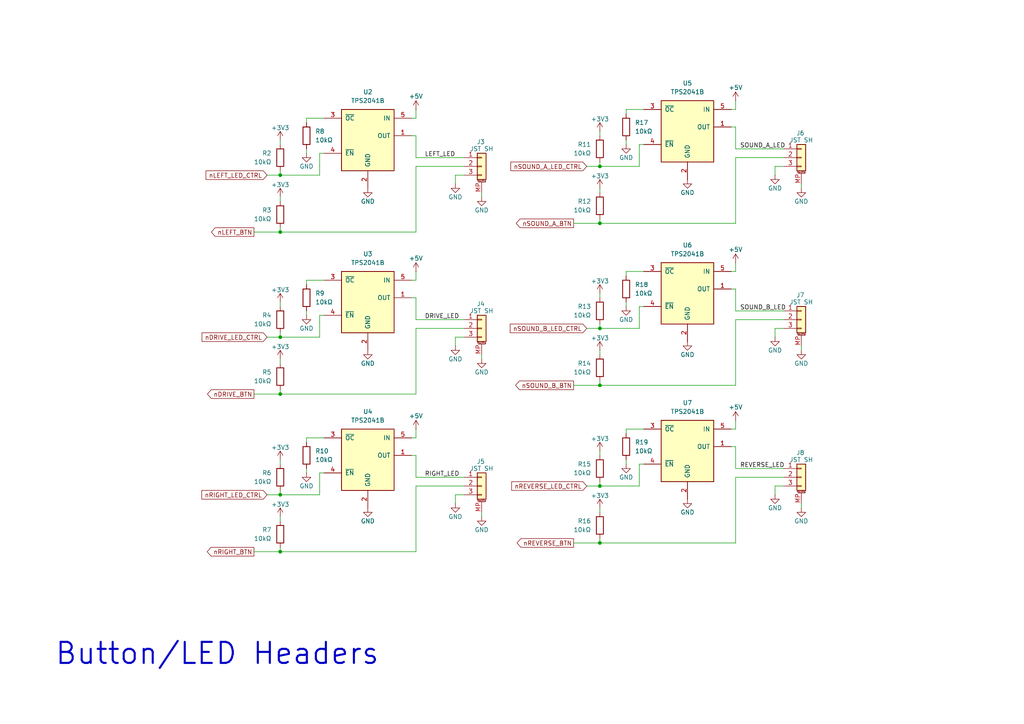
<source format=kicad_sch>
(kicad_sch (version 20250114) (generator "eeschema") (generator_version "9.0")
  (paper "A4")
  (lib_symbols
    (symbol "+5V_1" (power) (pin_numbers (hide yes)) (pin_names (offset 0) (hide yes))
      (property "Value" "+5V" (at 0 3.556 0))
      (symbol "+5V_1_0_1"
        (polyline (pts (xy -0.762 1.27) (xy 0 2.54)))
        (polyline (pts (xy 0 2.54) (xy 0.762 1.27)))
        (polyline (pts (xy 0 0) (xy 0 2.54)))
      )
      (symbol "+5V_1_1_1"
        (pin power_in line (at 0 0 90) (length 0) (name "~") (number "1"))
      )
    )
    (symbol "Connector_Generic_MountingPin:Conn_01x03_MountingPin" (pin_names (offset 1.016) (hide yes))
      (property "Reference" "J" (at 0 5.08 0))
      (property "Value" "Conn_01x03_MountingPin" (at 1.27 -5.08 0))
      (symbol "Conn_01x03_MountingPin_1_1"
        (rectangle (start -1.27 3.81) (end 1.27 -3.81) (stroke (width 0.254)) (fill (type background)))
        (rectangle (start -1.27 2.667) (end 0 2.413) (stroke (width 0.1524)))
        (rectangle (start -1.27 0.127) (end 0 -0.127) (stroke (width 0.1524)))
        (rectangle (start -1.27 -2.413) (end 0 -2.667) (stroke (width 0.1524)))
        (polyline (pts (xy -1.016 -4.572) (xy 1.016 -4.572)) (stroke (width 0.1524)))
        (text "Mounting" (at 0 -4.191 0) (effects (font (size 0.381 0.381))))
        (pin passive line (at -5.08 2.54 0) (length 3.81) (name "Pin_1") (number "1"))
        (pin passive line (at -5.08 0 0) (length 3.81) (name "Pin_2") (number "2"))
        (pin passive line (at -5.08 -2.54 0) (length 3.81) (name "Pin_3") (number "3"))
        (pin passive line (at 0 -7.62 90) (length 3.048) (name "MountPin") (number "MP"))
      )
    )
    (symbol "Device:R" (pin_numbers (hide yes)) (pin_names (offset 0))
      (property "Reference" "R" (at 2.032 0 90))
      (property "Value" "R" (at 0 0 90))
      (symbol "R_0_1"
        (rectangle (start -1.016 -2.54) (end 1.016 2.54) (stroke (width 0.254)))
      )
      (symbol "R_1_1"
        (pin passive line (at 0 3.81 270) (length 1.27) (name "~") (number "1"))
        (pin passive line (at 0 -3.81 90) (length 1.27) (name "~") (number "2"))
      )
    )
    (symbol "GND_1" (power) (pin_numbers (hide yes)) (pin_names (offset 0) (hide yes))
      (property "Value" "GND" (at 0 -3.81 0))
      (symbol "GND_1_0_1"
        (polyline (pts (xy 0 0) (xy 0 -1.27) (xy 1.27 -1.27) (xy 0 -2.54) (xy -1.27 -1.27) (xy 0 -1.27)))
      )
      (symbol "GND_1_1_1"
        (pin power_in line (at 0 0 270) (length 0) (name "~") (number "1"))
      )
    )
    (symbol "Power_Management:TPS2041B" (pin_names (offset 1.016))
      (property "Reference" "U" (at 0 10.795 0))
      (property "Value" "TPS2041B" (at 0 8.89 0))
      (symbol "TPS2041B_0_1"
        (rectangle (start -7.62 7.62) (end 7.62 -10.16) (stroke (width 0.254)) (fill (type background)))
      )
      (symbol "TPS2041B_1_1"
        (pin open_collector line (at -12.7 5.08 0) (length 5.08) (name "~{OC}") (number "3"))
        (pin input line (at -12.7 -5.08 0) (length 5.08) (name "~{EN}") (number "4"))
        (pin power_in line (at 0 -15.24 90) (length 5.08) (name "GND") (number "2"))
        (pin power_in line (at 12.7 5.08 180) (length 5.08) (name "IN") (number "5"))
        (pin power_out line (at 12.7 0 180) (length 5.08) (name "OUT") (number "1"))
      )
    )
    (symbol "power:+3V3" (power) (pin_numbers (hide yes)) (pin_names (offset 0) (hide yes))
      (property "Value" "+3V3" (at 0 3.556 0))
      (symbol "+3V3_0_1"
        (polyline (pts (xy -0.762 1.27) (xy 0 2.54)))
        (polyline (pts (xy 0 2.54) (xy 0.762 1.27)))
        (polyline (pts (xy 0 0) (xy 0 2.54)))
      )
      (symbol "+3V3_1_1"
        (pin power_in line (at 0 0 90) (length 0) (name "~") (number "1"))
      )
    )
  )
  (text "Button/LED Headers" (at 15.748 193.294 0) (effects (font (size 6.096 6.096) (thickness 0.5994) (bold yes)) (justify left bottom)))
  (junction (at 173.99 140.97))
  (junction (at 81.28 143.51))
  (junction (at 173.99 95.25))
  (junction (at 173.99 64.77))
  (junction (at 81.28 114.3))
  (junction (at 81.28 67.31))
  (junction (at 81.28 160.02))
  (junction (at 173.99 48.26))
  (junction (at 81.28 97.79))
  (junction (at 173.99 157.48))
  (junction (at 173.99 111.76))
  (junction (at 81.28 50.8))
  (wire (pts (xy 92.71 91.44) (xy 93.98 91.44)))
  (wire (pts (xy 213.36 36.83) (xy 213.36 43.18)))
  (wire (pts (xy 224.79 95.25) (xy 224.79 97.79)))
  (wire (pts (xy 173.99 139.7) (xy 173.99 140.97)))
  (wire (pts (xy 120.65 132.08) (xy 120.65 138.43)))
  (wire (pts (xy 213.36 64.77) (xy 213.36 45.72)))
  (wire (pts (xy 173.99 46.99) (xy 173.99 48.26)))
  (wire (pts (xy 119.38 39.37) (xy 120.65 39.37)))
  (wire (pts (xy 212.09 83.82) (xy 213.36 83.82)))
  (wire (pts (xy 120.65 48.26) (xy 134.62 48.26)))
  (wire (pts (xy 81.28 67.31) (xy 120.65 67.31)))
  (wire (pts (xy 173.99 55.88) (xy 173.99 54.61)))
  (wire (pts (xy 134.62 143.51) (xy 132.08 143.51)))
  (wire (pts (xy 93.98 34.29) (xy 88.9 34.29)))
  (wire (pts (xy 92.71 50.8) (xy 92.71 44.45)))
  (wire (pts (xy 92.71 143.51) (xy 92.71 137.16)))
  (wire (pts (xy 170.18 48.26) (xy 173.99 48.26)))
  (wire (pts (xy 170.18 95.25) (xy 173.99 95.25)))
  (wire (pts (xy 81.28 143.51) (xy 92.71 143.51)))
  (wire (pts (xy 173.99 156.21) (xy 173.99 157.48)))
  (wire (pts (xy 120.65 67.31) (xy 120.65 48.26)))
  (wire (pts (xy 166.37 111.76) (xy 173.99 111.76)))
  (wire (pts (xy 81.28 40.64) (xy 81.28 41.91)))
  (wire (pts (xy 120.65 39.37) (xy 120.65 45.72)))
  (wire (pts (xy 166.37 157.48) (xy 173.99 157.48)))
  (wire (pts (xy 77.47 97.79) (xy 81.28 97.79)))
  (wire (pts (xy 93.98 81.28) (xy 88.9 81.28)))
  (wire (pts (xy 213.36 135.89) (xy 227.33 135.89)))
  (wire (pts (xy 88.9 44.45) (xy 88.9 43.18)))
  (wire (pts (xy 173.99 130.81) (xy 173.99 132.08)))
  (wire (pts (xy 224.79 48.26) (xy 224.79 50.8)))
  (wire (pts (xy 77.47 50.8) (xy 81.28 50.8)))
  (wire (pts (xy 81.28 151.13) (xy 81.28 149.86)))
  (wire (pts (xy 186.69 124.46) (xy 181.61 124.46)))
  (wire (pts (xy 132.08 50.8) (xy 132.08 53.34)))
  (wire (pts (xy 212.09 129.54) (xy 213.36 129.54)))
  (wire (pts (xy 166.37 64.77) (xy 173.99 64.77)))
  (wire (pts (xy 173.99 63.5) (xy 173.99 64.77)))
  (wire (pts (xy 81.28 105.41) (xy 81.28 104.14)))
  (wire (pts (xy 185.42 48.26) (xy 185.42 41.91)))
  (wire (pts (xy 120.65 34.29) (xy 119.38 34.29)))
  (wire (pts (xy 120.65 81.28) (xy 119.38 81.28)))
  (wire (pts (xy 139.7 55.88) (xy 139.7 57.15)))
  (wire (pts (xy 227.33 48.26) (xy 224.79 48.26)))
  (wire (pts (xy 232.41 146.05) (xy 232.41 147.32)))
  (wire (pts (xy 120.65 78.74) (xy 120.65 81.28)))
  (wire (pts (xy 213.36 83.82) (xy 213.36 90.17)))
  (wire (pts (xy 227.33 95.25) (xy 224.79 95.25)))
  (wire (pts (xy 181.61 41.91) (xy 181.61 40.64)))
  (wire (pts (xy 120.65 124.46) (xy 120.65 127)))
  (wire (pts (xy 81.28 142.24) (xy 81.28 143.51)))
  (wire (pts (xy 170.18 140.97) (xy 173.99 140.97)))
  (wire (pts (xy 173.99 85.09) (xy 173.99 86.36)))
  (wire (pts (xy 81.28 160.02) (xy 120.65 160.02)))
  (wire (pts (xy 181.61 78.74) (xy 181.61 80.01)))
  (wire (pts (xy 134.62 45.72) (xy 120.65 45.72)))
  (wire (pts (xy 88.9 81.28) (xy 88.9 82.55)))
  (wire (pts (xy 73.66 114.3) (xy 81.28 114.3)))
  (wire (pts (xy 213.36 78.74) (xy 212.09 78.74)))
  (wire (pts (xy 81.28 96.52) (xy 81.28 97.79)))
  (wire (pts (xy 134.62 138.43) (xy 120.65 138.43)))
  (wire (pts (xy 88.9 137.16) (xy 88.9 135.89)))
  (wire (pts (xy 81.28 50.8) (xy 92.71 50.8)))
  (wire (pts (xy 224.79 140.97) (xy 224.79 143.51)))
  (wire (pts (xy 173.99 140.97) (xy 185.42 140.97)))
  (wire (pts (xy 139.7 148.59) (xy 139.7 149.86)))
  (wire (pts (xy 213.36 90.17) (xy 227.33 90.17)))
  (wire (pts (xy 92.71 137.16) (xy 93.98 137.16)))
  (wire (pts (xy 81.28 114.3) (xy 120.65 114.3)))
  (wire (pts (xy 81.28 58.42) (xy 81.28 57.15)))
  (wire (pts (xy 120.65 114.3) (xy 120.65 95.25)))
  (wire (pts (xy 173.99 148.59) (xy 173.99 147.32)))
  (wire (pts (xy 120.65 86.36) (xy 120.65 92.71)))
  (wire (pts (xy 81.28 66.04) (xy 81.28 67.31)))
  (wire (pts (xy 185.42 88.9) (xy 186.69 88.9)))
  (wire (pts (xy 181.61 124.46) (xy 181.61 125.73)))
  (wire (pts (xy 81.28 133.35) (xy 81.28 134.62)))
  (wire (pts (xy 132.08 143.51) (xy 132.08 146.05)))
  (wire (pts (xy 81.28 113.03) (xy 81.28 114.3)))
  (wire (pts (xy 186.69 78.74) (xy 181.61 78.74)))
  (wire (pts (xy 73.66 160.02) (xy 81.28 160.02)))
  (wire (pts (xy 120.65 127) (xy 119.38 127)))
  (wire (pts (xy 213.36 29.21) (xy 213.36 31.75)))
  (wire (pts (xy 119.38 86.36) (xy 120.65 86.36)))
  (wire (pts (xy 173.99 48.26) (xy 185.42 48.26)))
  (wire (pts (xy 181.61 88.9) (xy 181.61 87.63)))
  (wire (pts (xy 213.36 111.76) (xy 213.36 92.71)))
  (wire (pts (xy 173.99 64.77) (xy 213.36 64.77)))
  (wire (pts (xy 88.9 34.29) (xy 88.9 35.56)))
  (wire (pts (xy 173.99 157.48) (xy 213.36 157.48)))
  (wire (pts (xy 81.28 97.79) (xy 92.71 97.79)))
  (wire (pts (xy 120.65 160.02) (xy 120.65 140.97)))
  (wire (pts (xy 213.36 124.46) (xy 212.09 124.46)))
  (wire (pts (xy 185.42 140.97) (xy 185.42 134.62)))
  (wire (pts (xy 119.38 132.08) (xy 120.65 132.08)))
  (wire (pts (xy 93.98 127) (xy 88.9 127)))
  (wire (pts (xy 173.99 95.25) (xy 185.42 95.25)))
  (wire (pts (xy 92.71 97.79) (xy 92.71 91.44)))
  (wire (pts (xy 213.36 121.92) (xy 213.36 124.46)))
  (wire (pts (xy 88.9 91.44) (xy 88.9 90.17)))
  (wire (pts (xy 181.61 31.75) (xy 181.61 33.02)))
  (wire (pts (xy 213.36 43.18) (xy 227.33 43.18)))
  (wire (pts (xy 134.62 97.79) (xy 132.08 97.79)))
  (wire (pts (xy 81.28 158.75) (xy 81.28 160.02)))
  (wire (pts (xy 173.99 38.1) (xy 173.99 39.37)))
  (wire (pts (xy 73.66 67.31) (xy 81.28 67.31)))
  (wire (pts (xy 213.36 129.54) (xy 213.36 135.89)))
  (wire (pts (xy 213.36 138.43) (xy 227.33 138.43)))
  (wire (pts (xy 213.36 45.72) (xy 227.33 45.72)))
  (wire (pts (xy 81.28 87.63) (xy 81.28 88.9)))
  (wire (pts (xy 120.65 31.75) (xy 120.65 34.29)))
  (wire (pts (xy 185.42 134.62) (xy 186.69 134.62)))
  (wire (pts (xy 134.62 92.71) (xy 120.65 92.71)))
  (wire (pts (xy 77.47 143.51) (xy 81.28 143.51)))
  (wire (pts (xy 213.36 157.48) (xy 213.36 138.43)))
  (wire (pts (xy 232.41 100.33) (xy 232.41 101.6)))
  (wire (pts (xy 92.71 44.45) (xy 93.98 44.45)))
  (wire (pts (xy 185.42 41.91) (xy 186.69 41.91)))
  (wire (pts (xy 120.65 140.97) (xy 134.62 140.97)))
  (wire (pts (xy 232.41 53.34) (xy 232.41 54.61)))
  (wire (pts (xy 139.7 102.87) (xy 139.7 104.14)))
  (wire (pts (xy 212.09 36.83) (xy 213.36 36.83)))
  (wire (pts (xy 213.36 31.75) (xy 212.09 31.75)))
  (wire (pts (xy 186.69 31.75) (xy 181.61 31.75)))
  (wire (pts (xy 120.65 95.25) (xy 134.62 95.25)))
  (wire (pts (xy 227.33 140.97) (xy 224.79 140.97)))
  (wire (pts (xy 213.36 76.2) (xy 213.36 78.74)))
  (wire (pts (xy 134.62 50.8) (xy 132.08 50.8)))
  (wire (pts (xy 213.36 92.71) (xy 227.33 92.71)))
  (wire (pts (xy 81.28 49.53) (xy 81.28 50.8)))
  (wire (pts (xy 173.99 102.87) (xy 173.99 101.6)))
  (wire (pts (xy 88.9 127) (xy 88.9 128.27)))
  (wire (pts (xy 185.42 95.25) (xy 185.42 88.9)))
  (wire (pts (xy 173.99 93.98) (xy 173.99 95.25)))
  (wire (pts (xy 173.99 110.49) (xy 173.99 111.76)))
  (wire (pts (xy 181.61 134.62) (xy 181.61 133.35)))
  (wire (pts (xy 173.99 111.76) (xy 213.36 111.76)))
  (wire (pts (xy 132.08 97.79) (xy 132.08 100.33)))
  (label "LEFT_LED" (at 123.19 45.72 0))
  (label "REVERSE_LED" (at 214.63 135.89 0))
  (label "SOUND_B_LED" (at 214.63 90.17 0))
  (label "RIGHT_LED" (at 123.19 138.43 0))
  (label "SOUND_A_LED" (at 214.63 43.18 0))
  (label "DRIVE_LED" (at 123.19 92.71 0))
  (global_label "nSOUND_B_BTN" (shape output) (at 166.37 111.76 180) (property "Intersheetrefs" "${INTERSHEET_REFS}" (effects (hide yes))))
  (global_label "nREVERSE_BTN" (shape output) (at 166.37 157.48 180) (property "Intersheetrefs" "${INTERSHEET_REFS}" (effects (hide yes))))
  (global_label "nDRIVE_LED_CTRL" (shape input) (at 77.47 97.79 180) (property "Intersheetrefs" "${INTERSHEET_REFS}" (effects (hide yes))))
  (global_label "nLEFT_LED_CTRL" (shape input) (at 77.47 50.8 180) (property "Intersheetrefs" "${INTERSHEET_REFS}" (effects (hide yes))))
  (global_label "nSOUND_B_LED_CTRL" (shape input) (at 170.18 95.25 180) (property "Intersheetrefs" "${INTERSHEET_REFS}" (effects (hide yes))))
  (global_label "nRIGHT_BTN" (shape output) (at 73.66 160.02 180) (property "Intersheetrefs" "${INTERSHEET_REFS}" (effects (hide yes))))
  (global_label "nRIGHT_LED_CTRL" (shape input) (at 77.47 143.51 180) (property "Intersheetrefs" "${INTERSHEET_REFS}" (effects (hide yes))))
  (global_label "nSOUND_A_LED_CTRL" (shape input) (at 170.18 48.26 180) (property "Intersheetrefs" "${INTERSHEET_REFS}" (effects (hide yes))))
  (global_label "nLEFT_BTN" (shape output) (at 73.66 67.31 180) (property "Intersheetrefs" "${INTERSHEET_REFS}" (effects (hide yes))))
  (global_label "nREVERSE_LED_CTRL" (shape input) (at 170.18 140.97 180) (property "Intersheetrefs" "${INTERSHEET_REFS}" (effects (hide yes))))
  (global_label "nSOUND_A_BTN" (shape output) (at 166.37 64.77 180) (property "Intersheetrefs" "${INTERSHEET_REFS}" (effects (hide yes))))
  (global_label "nDRIVE_BTN" (shape output) (at 73.66 114.3 180) (property "Intersheetrefs" "${INTERSHEET_REFS}" (effects (hide yes))))
  (symbol (lib_id "power:+3V3") (at 81.28 149.86 0) (unit 1)
    (property "Reference" "#PWR025" (effects (hide yes)))
    (property "Value" "+3V3" (at 81.28 146.304 0))
    (property "Description" "Power symbol creates a global label with name \"+3V3\"" (effects (hide yes)))
  )
  (symbol (lib_id "Device:R") (at 173.99 43.18 0) (mirror y) (unit 1)
    (property "Reference" "R11" (at 171.45 41.9099 0) (effects (justify left)))
    (property "Value" "10kΩ" (at 171.45 44.4499 0) (effects (justify left)))
    (property "Footprint" "Resistor_SMD:R_0402_1005Metric" (effects (hide yes)))
    (property "Description" "Resistor" (effects (hide yes)))
    (property "MPN" "C25744" (effects (hide yes)))
  )
  (symbol (lib_id "Device:R") (at 181.61 129.54 0) (unit 1)
    (property "Reference" "R19" (at 184.15 128.2699 0) (effects (justify left)))
    (property "Value" "10kΩ" (at 184.15 130.8099 0) (effects (justify left)))
    (property "Footprint" "Resistor_SMD:R_0402_1005Metric" (effects (hide yes)))
    (property "Description" "Resistor" (effects (hide yes)))
    (property "MPN" "C25744" (effects (hide yes)))
  )
  (symbol (lib_id "Connector_Generic_MountingPin:Conn_01x03_MountingPin") (at 139.7 140.97 0) (unit 1)
    (property "Reference" "J5" (at 139.446 133.858 0))
    (property "Value" "JST SH" (at 139.7 135.89 0))
    (property "Footprint" "Useful Modifications:JST_SH_BM03B-SRSS-TB_1x03-1MP_P1.00mm_Vertical" (effects (hide yes)))
    (property "Description" "Generic connectable mounting pin connector, single row, 01x03, script generated (kicad-library-utils/schlib/autogen/connector/)" (effects (hide yes)))
    (property "MPN" "C495538" (effects (hide yes)))
  )
  (symbol (lib_id "Device:R") (at 81.28 92.71 0) (mirror y) (unit 1)
    (property "Reference" "R4" (at 78.74 91.4399 0) (effects (justify left)))
    (property "Value" "10kΩ" (at 78.74 93.9799 0) (effects (justify left)))
    (property "Footprint" "Resistor_SMD:R_0402_1005Metric" (effects (hide yes)))
    (property "Description" "Resistor" (effects (hide yes)))
    (property "MPN" "C25744" (effects (hide yes)))
  )
  (symbol (lib_id "Device:R") (at 181.61 36.83 0) (unit 1)
    (property "Reference" "R17" (at 184.15 35.5599 0) (effects (justify left)))
    (property "Value" "10kΩ" (at 184.15 38.0999 0) (effects (justify left)))
    (property "Footprint" "Resistor_SMD:R_0402_1005Metric" (effects (hide yes)))
    (property "Description" "Resistor" (effects (hide yes)))
    (property "MPN" "C25744" (effects (hide yes)))
  )
  (symbol (lib_id "Device:R") (at 88.9 86.36 0) (unit 1)
    (property "Reference" "R9" (at 91.44 85.0899 0) (effects (justify left)))
    (property "Value" "10kΩ" (at 91.44 87.6299 0) (effects (justify left)))
    (property "Footprint" "Resistor_SMD:R_0402_1005Metric" (effects (hide yes)))
    (property "Description" "Resistor" (effects (hide yes)))
    (property "MPN" "C25744" (effects (hide yes)))
  )
  (symbol (lib_id "power:+3V3") (at 81.28 57.15 0) (unit 1)
    (property "Reference" "#PWR021" (effects (hide yes)))
    (property "Value" "+3V3" (at 81.28 53.594 0))
    (property "Description" "Power symbol creates a global label with name \"+3V3\"" (effects (hide yes)))
  )
  (symbol (lib_id "Device:R") (at 88.9 39.37 0) (unit 1)
    (property "Reference" "R8" (at 91.44 38.0999 0) (effects (justify left)))
    (property "Value" "10kΩ" (at 91.44 40.6399 0) (effects (justify left)))
    (property "Footprint" "Resistor_SMD:R_0402_1005Metric" (effects (hide yes)))
    (property "Description" "Resistor" (effects (hide yes)))
    (property "MPN" "C25744" (effects (hide yes)))
  )
  (symbol (lib_id "Device:R") (at 81.28 154.94 0) (mirror y) (unit 1)
    (property "Reference" "R7" (at 78.74 153.6699 0) (effects (justify left)))
    (property "Value" "10kΩ" (at 78.74 156.21 0) (effects (justify left)))
    (property "Footprint" "Resistor_SMD:R_0402_1005Metric" (effects (hide yes)))
    (property "Description" "Resistor" (effects (hide yes)))
    (property "MPN" "C25744" (effects (hide yes)))
  )
  (symbol (lib_name "GND_1") (lib_id "power:GND") (at 88.9 44.45 0) (unit 1)
    (property "Reference" "#PWR026" (effects (hide yes)))
    (property "Value" "GND" (at 88.9 48.26 0))
    (property "Description" "Power symbol creates a global label with name \"GND\" , ground" (effects (hide yes)))
  )
  (symbol (lib_id "Device:R") (at 88.9 132.08 0) (unit 1)
    (property "Reference" "R10" (at 91.44 130.8099 0) (effects (justify left)))
    (property "Value" "10kΩ" (at 91.44 133.3499 0) (effects (justify left)))
    (property "Footprint" "Resistor_SMD:R_0402_1005Metric" (effects (hide yes)))
    (property "Description" "Resistor" (effects (hide yes)))
    (property "MPN" "C25744" (effects (hide yes)))
  )
  (symbol (lib_name "GND_1") (lib_id "power:GND") (at 224.79 97.79 0) (mirror y) (unit 1)
    (property "Reference" "#PWR057" (effects (hide yes)))
    (property "Value" "GND" (at 224.79 101.6 0))
    (property "Description" "Power symbol creates a global label with name \"GND\" , ground" (effects (hide yes)))
  )
  (symbol (lib_name "+5V_1") (lib_id "power:+5V") (at 120.65 124.46 0) (unit 1)
    (property "Reference" "#PWR034" (effects (hide yes)))
    (property "Value" "+5V" (at 120.65 120.65 0))
    (property "Description" "Power symbol creates a global label with name \"+5V\"" (effects (hide yes)))
  )
  (symbol (lib_id "Device:R") (at 81.28 45.72 0) (mirror y) (unit 1)
    (property "Reference" "R2" (at 78.74 44.4499 0) (effects (justify left)))
    (property "Value" "10kΩ" (at 78.74 46.9899 0) (effects (justify left)))
    (property "Footprint" "Resistor_SMD:R_0402_1005Metric" (effects (hide yes)))
    (property "Description" "Resistor" (effects (hide yes)))
    (property "MPN" "C25744" (effects (hide yes)))
  )
  (symbol (lib_id "power:+3V3") (at 173.99 85.09 0) (unit 1)
    (property "Reference" "#PWR043" (effects (hide yes)))
    (property "Value" "+3V3" (at 173.99 81.534 0))
    (property "Description" "Power symbol creates a global label with name \"+3V3\"" (effects (hide yes)))
  )
  (symbol (lib_name "GND_1") (lib_id "power:GND") (at 199.39 99.06 0) (unit 1)
    (property "Reference" "#PWR051" (effects (hide yes)))
    (property "Value" "GND" (at 199.39 102.87 0))
    (property "Description" "Power symbol creates a global label with name \"GND\" , ground" (effects (hide yes)))
  )
  (symbol (lib_id "Device:R") (at 81.28 62.23 0) (mirror y) (unit 1)
    (property "Reference" "R3" (at 78.74 60.9599 0) (effects (justify left)))
    (property "Value" "10kΩ" (at 78.74 63.5 0) (effects (justify left)))
    (property "Footprint" "Resistor_SMD:R_0402_1005Metric" (effects (hide yes)))
    (property "Description" "Resistor" (effects (hide yes)))
    (property "MPN" "C25744" (effects (hide yes)))
  )
  (symbol (lib_id "Connector_Generic_MountingPin:Conn_01x03_MountingPin") (at 139.7 48.26 0) (unit 1)
    (property "Reference" "J3" (at 139.446 41.148 0))
    (property "Value" "JST SH" (at 139.7 43.18 0))
    (property "Footprint" "Useful Modifications:JST_SH_BM03B-SRSS-TB_1x03-1MP_P1.00mm_Vertical" (effects (hide yes)))
    (property "Description" "Generic connectable mounting pin connector, single row, 01x03, script generated (kicad-library-utils/schlib/autogen/connector/)" (effects (hide yes)))
    (property "MPN" "C495538" (effects (hide yes)))
  )
  (symbol (lib_name "GND_1") (lib_id "power:GND") (at 106.68 101.6 0) (unit 1)
    (property "Reference" "#PWR030" (effects (hide yes)))
    (property "Value" "GND" (at 106.68 105.41 0))
    (property "Description" "Power symbol creates a global label with name \"GND\" , ground" (effects (hide yes)))
  )
  (symbol (lib_name "GND_1") (lib_id "power:GND") (at 139.7 104.14 0) (mirror y) (unit 1)
    (property "Reference" "#PWR039" (effects (hide yes)))
    (property "Value" "GND" (at 139.7 107.95 0))
    (property "Description" "Power symbol creates a global label with name \"GND\" , ground" (effects (hide yes)))
  )
  (symbol (lib_id "Device:R") (at 181.61 83.82 0) (unit 1)
    (property "Reference" "R18" (at 184.15 82.5499 0) (effects (justify left)))
    (property "Value" "10kΩ" (at 184.15 85.0899 0) (effects (justify left)))
    (property "Footprint" "Resistor_SMD:R_0402_1005Metric" (effects (hide yes)))
    (property "Description" "Resistor" (effects (hide yes)))
    (property "MPN" "C25744" (effects (hide yes)))
  )
  (symbol (lib_name "GND_1") (lib_id "power:GND") (at 181.61 134.62 0) (unit 1)
    (property "Reference" "#PWR049" (effects (hide yes)))
    (property "Value" "GND" (at 181.61 138.43 0))
    (property "Description" "Power symbol creates a global label with name \"GND\" , ground" (effects (hide yes)))
  )
  (symbol (lib_name "GND_1") (lib_id "power:GND") (at 132.08 53.34 0) (mirror y) (unit 1)
    (property "Reference" "#PWR035" (effects (hide yes)))
    (property "Value" "GND" (at 132.08 57.15 0))
    (property "Description" "Power symbol creates a global label with name \"GND\" , ground" (effects (hide yes)))
  )
  (symbol (lib_name "GND_1") (lib_id "power:GND") (at 199.39 52.07 0) (unit 1)
    (property "Reference" "#PWR050" (effects (hide yes)))
    (property "Value" "GND" (at 199.39 55.88 0))
    (property "Description" "Power symbol creates a global label with name \"GND\" , ground" (effects (hide yes)))
  )
  (symbol (lib_id "Power_Management:TPS2041B") (at 106.68 132.08 0) (unit 1)
    (property "Reference" "U4" (at 106.68 119.38 0))
    (property "Value" "TPS2041B" (at 106.68 121.92 0))
    (property "Footprint" "Package_TO_SOT_SMD:SOT-23-5" (effects (hide yes)))
    (property "Datasheet" "http://www.ti.com/lit/ds/symlink/tps2041.pdf" (effects (hide yes)))
    (property "Description" "Single power-distribution switcher" (effects (hide yes)))
    (property "MPN" "C387727" (effects (hide yes)))
  )
  (symbol (lib_name "GND_1") (lib_id "power:GND") (at 106.68 147.32 0) (unit 1)
    (property "Reference" "#PWR031" (effects (hide yes)))
    (property "Value" "GND" (at 106.68 151.13 0))
    (property "Description" "Power symbol creates a global label with name \"GND\" , ground" (effects (hide yes)))
  )
  (symbol (lib_name "GND_1") (lib_id "power:GND") (at 132.08 100.33 0) (mirror y) (unit 1)
    (property "Reference" "#PWR036" (effects (hide yes)))
    (property "Value" "GND" (at 132.08 104.14 0))
    (property "Description" "Power symbol creates a global label with name \"GND\" , ground" (effects (hide yes)))
  )
  (symbol (lib_id "power:+3V3") (at 81.28 87.63 0) (unit 1)
    (property "Reference" "#PWR022" (effects (hide yes)))
    (property "Value" "+3V3" (at 81.28 84.074 0))
    (property "Description" "Power symbol creates a global label with name \"+3V3\"" (effects (hide yes)))
  )
  (symbol (lib_id "power:+3V3") (at 173.99 101.6 0) (unit 1)
    (property "Reference" "#PWR044" (effects (hide yes)))
    (property "Value" "+3V3" (at 173.99 98.044 0))
    (property "Description" "Power symbol creates a global label with name \"+3V3\"" (effects (hide yes)))
  )
  (symbol (lib_name "GND_1") (lib_id "power:GND") (at 139.7 149.86 0) (mirror y) (unit 1)
    (property "Reference" "#PWR040" (effects (hide yes)))
    (property "Value" "GND" (at 139.7 153.67 0))
    (property "Description" "Power symbol creates a global label with name \"GND\" , ground" (effects (hide yes)))
  )
  (symbol (lib_id "Device:R") (at 173.99 135.89 0) (mirror y) (unit 1)
    (property "Reference" "R15" (at 171.45 134.6199 0) (effects (justify left)))
    (property "Value" "10kΩ" (at 171.45 137.1599 0) (effects (justify left)))
    (property "Footprint" "Resistor_SMD:R_0402_1005Metric" (effects (hide yes)))
    (property "Description" "Resistor" (effects (hide yes)))
    (property "MPN" "C25744" (effects (hide yes)))
  )
  (symbol (lib_id "power:+3V3") (at 173.99 147.32 0) (unit 1)
    (property "Reference" "#PWR046" (effects (hide yes)))
    (property "Value" "+3V3" (at 173.99 143.764 0))
    (property "Description" "Power symbol creates a global label with name \"+3V3\"" (effects (hide yes)))
  )
  (symbol (lib_id "Power_Management:TPS2041B") (at 106.68 39.37 0) (unit 1)
    (property "Reference" "U2" (at 106.68 26.67 0))
    (property "Value" "TPS2041B" (at 106.68 29.21 0))
    (property "Footprint" "Package_TO_SOT_SMD:SOT-23-5" (effects (hide yes)))
    (property "Datasheet" "http://www.ti.com/lit/ds/symlink/tps2041.pdf" (effects (hide yes)))
    (property "Description" "Single power-distribution switcher" (effects (hide yes)))
    (property "MPN" "C387727" (effects (hide yes)))
  )
  (symbol (lib_id "Device:R") (at 81.28 109.22 0) (mirror y) (unit 1)
    (property "Reference" "R5" (at 78.74 107.9499 0) (effects (justify left)))
    (property "Value" "10kΩ" (at 78.74 110.49 0) (effects (justify left)))
    (property "Footprint" "Resistor_SMD:R_0402_1005Metric" (effects (hide yes)))
    (property "Description" "Resistor" (effects (hide yes)))
    (property "MPN" "C25744" (effects (hide yes)))
  )
  (symbol (lib_name "GND_1") (lib_id "power:GND") (at 88.9 137.16 0) (unit 1)
    (property "Reference" "#PWR028" (effects (hide yes)))
    (property "Value" "GND" (at 88.9 140.97 0))
    (property "Description" "Power symbol creates a global label with name \"GND\" , ground" (effects (hide yes)))
  )
  (symbol (lib_name "+5V_1") (lib_id "power:+5V") (at 120.65 78.74 0) (unit 1)
    (property "Reference" "#PWR033" (effects (hide yes)))
    (property "Value" "+5V" (at 120.65 74.93 0))
    (property "Description" "Power symbol creates a global label with name \"+5V\"" (effects (hide yes)))
  )
  (symbol (lib_id "Connector_Generic_MountingPin:Conn_01x03_MountingPin") (at 232.41 45.72 0) (unit 1)
    (property "Reference" "J6" (at 232.156 38.608 0))
    (property "Value" "JST SH" (at 232.41 40.64 0))
    (property "Footprint" "Useful Modifications:JST_SH_BM03B-SRSS-TB_1x03-1MP_P1.00mm_Vertical" (effects (hide yes)))
    (property "Description" "Generic connectable mounting pin connector, single row, 01x03, script generated (kicad-library-utils/schlib/autogen/connector/)" (effects (hide yes)))
    (property "MPN" "C495538" (effects (hide yes)))
  )
  (symbol (lib_name "GND_1") (lib_id "power:GND") (at 232.41 147.32 0) (mirror y) (unit 1)
    (property "Reference" "#PWR061" (effects (hide yes)))
    (property "Value" "GND" (at 232.41 151.13 0))
    (property "Description" "Power symbol creates a global label with name \"GND\" , ground" (effects (hide yes)))
  )
  (symbol (lib_name "GND_1") (lib_id "power:GND") (at 88.9 91.44 0) (unit 1)
    (property "Reference" "#PWR027" (effects (hide yes)))
    (property "Value" "GND" (at 88.9 95.25 0))
    (property "Description" "Power symbol creates a global label with name \"GND\" , ground" (effects (hide yes)))
  )
  (symbol (lib_id "Connector_Generic_MountingPin:Conn_01x03_MountingPin") (at 232.41 138.43 0) (unit 1)
    (property "Reference" "J8" (at 232.156 131.318 0))
    (property "Value" "JST SH" (at 232.41 133.35 0))
    (property "Footprint" "Useful Modifications:JST_SH_BM03B-SRSS-TB_1x03-1MP_P1.00mm_Vertical" (effects (hide yes)))
    (property "Description" "Generic connectable mounting pin connector, single row, 01x03, script generated (kicad-library-utils/schlib/autogen/connector/)" (effects (hide yes)))
    (property "MPN" "C495538" (effects (hide yes)))
  )
  (symbol (lib_name "GND_1") (lib_id "power:GND") (at 224.79 143.51 0) (mirror y) (unit 1)
    (property "Reference" "#PWR058" (effects (hide yes)))
    (property "Value" "GND" (at 224.79 147.32 0))
    (property "Description" "Power symbol creates a global label with name \"GND\" , ground" (effects (hide yes)))
  )
  (symbol (lib_id "Device:R") (at 173.99 106.68 0) (mirror y) (unit 1)
    (property "Reference" "R14" (at 171.45 105.4099 0) (effects (justify left)))
    (property "Value" "10kΩ" (at 171.45 107.95 0) (effects (justify left)))
    (property "Footprint" "Resistor_SMD:R_0402_1005Metric" (effects (hide yes)))
    (property "Description" "Resistor" (effects (hide yes)))
    (property "MPN" "C25744" (effects (hide yes)))
  )
  (symbol (lib_id "Device:R") (at 173.99 59.69 0) (mirror y) (unit 1)
    (property "Reference" "R12" (at 171.45 58.4199 0) (effects (justify left)))
    (property "Value" "10kΩ" (at 171.45 60.96 0) (effects (justify left)))
    (property "Footprint" "Resistor_SMD:R_0402_1005Metric" (effects (hide yes)))
    (property "Description" "Resistor" (effects (hide yes)))
    (property "MPN" "C25744" (effects (hide yes)))
  )
  (symbol (lib_name "GND_1") (lib_id "power:GND") (at 232.41 54.61 0) (mirror y) (unit 1)
    (property "Reference" "#PWR059" (effects (hide yes)))
    (property "Value" "GND" (at 232.41 58.42 0))
    (property "Description" "Power symbol creates a global label with name \"GND\" , ground" (effects (hide yes)))
  )
  (symbol (lib_name "GND_1") (lib_id "power:GND") (at 181.61 41.91 0) (unit 1)
    (property "Reference" "#PWR047" (effects (hide yes)))
    (property "Value" "GND" (at 181.61 45.72 0))
    (property "Description" "Power symbol creates a global label with name \"GND\" , ground" (effects (hide yes)))
  )
  (symbol (lib_id "power:+3V3") (at 173.99 54.61 0) (unit 1)
    (property "Reference" "#PWR042" (effects (hide yes)))
    (property "Value" "+3V3" (at 173.99 51.054 0))
    (property "Description" "Power symbol creates a global label with name \"+3V3\"" (effects (hide yes)))
  )
  (symbol (lib_id "power:+3V3") (at 81.28 104.14 0) (unit 1)
    (property "Reference" "#PWR023" (effects (hide yes)))
    (property "Value" "+3V3" (at 81.28 100.584 0))
    (property "Description" "Power symbol creates a global label with name \"+3V3\"" (effects (hide yes)))
  )
  (symbol (lib_name "+5V_1") (lib_id "power:+5V") (at 120.65 31.75 0) (unit 1)
    (property "Reference" "#PWR032" (effects (hide yes)))
    (property "Value" "+5V" (at 120.65 27.94 0))
    (property "Description" "Power symbol creates a global label with name \"+5V\"" (effects (hide yes)))
  )
  (symbol (lib_id "Device:R") (at 173.99 152.4 0) (mirror y) (unit 1)
    (property "Reference" "R16" (at 171.45 151.1299 0) (effects (justify left)))
    (property "Value" "10kΩ" (at 171.45 153.67 0) (effects (justify left)))
    (property "Footprint" "Resistor_SMD:R_0402_1005Metric" (effects (hide yes)))
    (property "Description" "Resistor" (effects (hide yes)))
    (property "MPN" "C25744" (effects (hide yes)))
  )
  (symbol (lib_id "Power_Management:TPS2041B") (at 106.68 86.36 0) (unit 1)
    (property "Reference" "U3" (at 106.68 73.66 0))
    (property "Value" "TPS2041B" (at 106.68 76.2 0))
    (property "Footprint" "Package_TO_SOT_SMD:SOT-23-5" (effects (hide yes)))
    (property "Datasheet" "http://www.ti.com/lit/ds/symlink/tps2041.pdf" (effects (hide yes)))
    (property "Description" "Single power-distribution switcher" (effects (hide yes)))
    (property "MPN" "C387727" (effects (hide yes)))
  )
  (symbol (lib_name "GND_1") (lib_id "power:GND") (at 224.79 50.8 0) (mirror y) (unit 1)
    (property "Reference" "#PWR056" (effects (hide yes)))
    (property "Value" "GND" (at 224.79 54.61 0))
    (property "Description" "Power symbol creates a global label with name \"GND\" , ground" (effects (hide yes)))
  )
  (symbol (lib_id "Power_Management:TPS2041B") (at 199.39 83.82 0) (unit 1)
    (property "Reference" "U6" (at 199.39 71.12 0))
    (property "Value" "TPS2041B" (at 199.39 73.66 0))
    (property "Footprint" "Package_TO_SOT_SMD:SOT-23-5" (effects (hide yes)))
    (property "Datasheet" "http://www.ti.com/lit/ds/symlink/tps2041.pdf" (effects (hide yes)))
    (property "Description" "Single power-distribution switcher" (effects (hide yes)))
    (property "MPN" "C387727" (effects (hide yes)))
  )
  (symbol (lib_id "power:+3V3") (at 81.28 40.64 0) (unit 1)
    (property "Reference" "#PWR020" (effects (hide yes)))
    (property "Value" "+3V3" (at 81.28 37.084 0))
    (property "Description" "Power symbol creates a global label with name \"+3V3\"" (effects (hide yes)))
  )
  (symbol (lib_name "+5V_1") (lib_id "power:+5V") (at 213.36 29.21 0) (unit 1)
    (property "Reference" "#PWR053" (effects (hide yes)))
    (property "Value" "+5V" (at 213.36 25.4 0))
    (property "Description" "Power symbol creates a global label with name \"+5V\"" (effects (hide yes)))
  )
  (symbol (lib_name "GND_1") (lib_id "power:GND") (at 132.08 146.05 0) (mirror y) (unit 1)
    (property "Reference" "#PWR037" (effects (hide yes)))
    (property "Value" "GND" (at 132.08 149.86 0))
    (property "Description" "Power symbol creates a global label with name \"GND\" , ground" (effects (hide yes)))
  )
  (symbol (lib_id "Power_Management:TPS2041B") (at 199.39 129.54 0) (unit 1)
    (property "Reference" "U7" (at 199.39 116.84 0))
    (property "Value" "TPS2041B" (at 199.39 119.38 0))
    (property "Footprint" "Package_TO_SOT_SMD:SOT-23-5" (effects (hide yes)))
    (property "Datasheet" "http://www.ti.com/lit/ds/symlink/tps2041.pdf" (effects (hide yes)))
    (property "Description" "Single power-distribution switcher" (effects (hide yes)))
    (property "MPN" "C387727" (effects (hide yes)))
  )
  (symbol (lib_id "Power_Management:TPS2041B") (at 199.39 36.83 0) (unit 1)
    (property "Reference" "U5" (at 199.39 24.13 0))
    (property "Value" "TPS2041B" (at 199.39 26.67 0))
    (property "Footprint" "Package_TO_SOT_SMD:SOT-23-5" (effects (hide yes)))
    (property "Datasheet" "http://www.ti.com/lit/ds/symlink/tps2041.pdf" (effects (hide yes)))
    (property "Description" "Single power-distribution switcher" (effects (hide yes)))
    (property "MPN" "C387727" (effects (hide yes)))
  )
  (symbol (lib_name "GND_1") (lib_id "power:GND") (at 232.41 101.6 0) (mirror y) (unit 1)
    (property "Reference" "#PWR060" (effects (hide yes)))
    (property "Value" "GND" (at 232.41 105.41 0))
    (property "Description" "Power symbol creates a global label with name \"GND\" , ground" (effects (hide yes)))
  )
  (symbol (lib_name "GND_1") (lib_id "power:GND") (at 199.39 144.78 0) (unit 1)
    (property "Reference" "#PWR052" (effects (hide yes)))
    (property "Value" "GND" (at 199.39 148.59 0))
    (property "Description" "Power symbol creates a global label with name \"GND\" , ground" (effects (hide yes)))
  )
  (symbol (lib_id "power:+3V3") (at 173.99 130.81 0) (unit 1)
    (property "Reference" "#PWR045" (effects (hide yes)))
    (property "Value" "+3V3" (at 173.99 127.254 0))
    (property "Description" "Power symbol creates a global label with name \"+3V3\"" (effects (hide yes)))
  )
  (symbol (lib_id "Connector_Generic_MountingPin:Conn_01x03_MountingPin") (at 232.41 92.71 0) (unit 1)
    (property "Reference" "J7" (at 232.156 85.598 0))
    (property "Value" "JST SH" (at 232.41 87.63 0))
    (property "Footprint" "Useful Modifications:JST_SH_BM03B-SRSS-TB_1x03-1MP_P1.00mm_Vertical" (effects (hide yes)))
    (property "Description" "Generic connectable mounting pin connector, single row, 01x03, script generated (kicad-library-utils/schlib/autogen/connector/)" (effects (hide yes)))
    (property "MPN" "C495538" (effects (hide yes)))
  )
  (symbol (lib_name "GND_1") (lib_id "power:GND") (at 106.68 54.61 0) (unit 1)
    (property "Reference" "#PWR029" (effects (hide yes)))
    (property "Value" "GND" (at 106.68 58.42 0))
    (property "Description" "Power symbol creates a global label with name \"GND\" , ground" (effects (hide yes)))
  )
  (symbol (lib_id "power:+3V3") (at 173.99 38.1 0) (unit 1)
    (property "Reference" "#PWR041" (effects (hide yes)))
    (property "Value" "+3V3" (at 173.99 34.544 0))
    (property "Description" "Power symbol creates a global label with name \"+3V3\"" (effects (hide yes)))
  )
  (symbol (lib_id "Device:R") (at 81.28 138.43 0) (mirror y) (unit 1)
    (property "Reference" "R6" (at 78.74 137.1599 0) (effects (justify left)))
    (property "Value" "10kΩ" (at 78.74 139.6999 0) (effects (justify left)))
    (property "Footprint" "Resistor_SMD:R_0402_1005Metric" (effects (hide yes)))
    (property "Description" "Resistor" (effects (hide yes)))
    (property "MPN" "C25744" (effects (hide yes)))
  )
  (symbol (lib_name "GND_1") (lib_id "power:GND") (at 181.61 88.9 0) (unit 1)
    (property "Reference" "#PWR048" (effects (hide yes)))
    (property "Value" "GND" (at 181.61 92.71 0))
    (property "Description" "Power symbol creates a global label with name \"GND\" , ground" (effects (hide yes)))
  )
  (symbol (lib_id "Device:R") (at 173.99 90.17 0) (mirror y) (unit 1)
    (property "Reference" "R13" (at 171.45 88.8999 0) (effects (justify left)))
    (property "Value" "10kΩ" (at 171.45 91.4399 0) (effects (justify left)))
    (property "Footprint" "Resistor_SMD:R_0402_1005Metric" (effects (hide yes)))
    (property "Description" "Resistor" (effects (hide yes)))
    (property "MPN" "C25744" (effects (hide yes)))
  )
  (symbol (lib_name "GND_1") (lib_id "power:GND") (at 139.7 57.15 0) (mirror y) (unit 1)
    (property "Reference" "#PWR038" (effects (hide yes)))
    (property "Value" "GND" (at 139.7 60.96 0))
    (property "Description" "Power symbol creates a global label with name \"GND\" , ground" (effects (hide yes)))
  )
  (symbol (lib_name "+5V_1") (lib_id "power:+5V") (at 213.36 121.92 0) (unit 1)
    (property "Reference" "#PWR055" (effects (hide yes)))
    (property "Value" "+5V" (at 213.36 118.11 0))
    (property "Description" "Power symbol creates a global label with name \"+5V\"" (effects (hide yes)))
  )
  (symbol (lib_id "power:+3V3") (at 81.28 133.35 0) (unit 1)
    (property "Reference" "#PWR024" (effects (hide yes)))
    (property "Value" "+3V3" (at 81.28 129.794 0))
    (property "Description" "Power symbol creates a global label with name \"+3V3\"" (effects (hide yes)))
  )
  (symbol (lib_name "+5V_1") (lib_id "power:+5V") (at 213.36 76.2 0) (unit 1)
    (property "Reference" "#PWR054" (effects (hide yes)))
    (property "Value" "+5V" (at 213.36 72.39 0))
    (property "Description" "Power symbol creates a global label with name \"+5V\"" (effects (hide yes)))
  )
  (symbol (lib_id "Connector_Generic_MountingPin:Conn_01x03_MountingPin") (at 139.7 95.25 0) (unit 1)
    (property "Reference" "J4" (at 139.446 88.138 0))
    (property "Value" "JST SH" (at 139.7 90.17 0))
    (property "Footprint" "Useful Modifications:JST_SH_BM03B-SRSS-TB_1x03-1MP_P1.00mm_Vertical" (effects (hide yes)))
    (property "Description" "Generic connectable mounting pin connector, single row, 01x03, script generated (kicad-library-utils/schlib/autogen/connector/)" (effects (hide yes)))
    (property "MPN" "C495538" (effects (hide yes)))
  )
)
</source>
